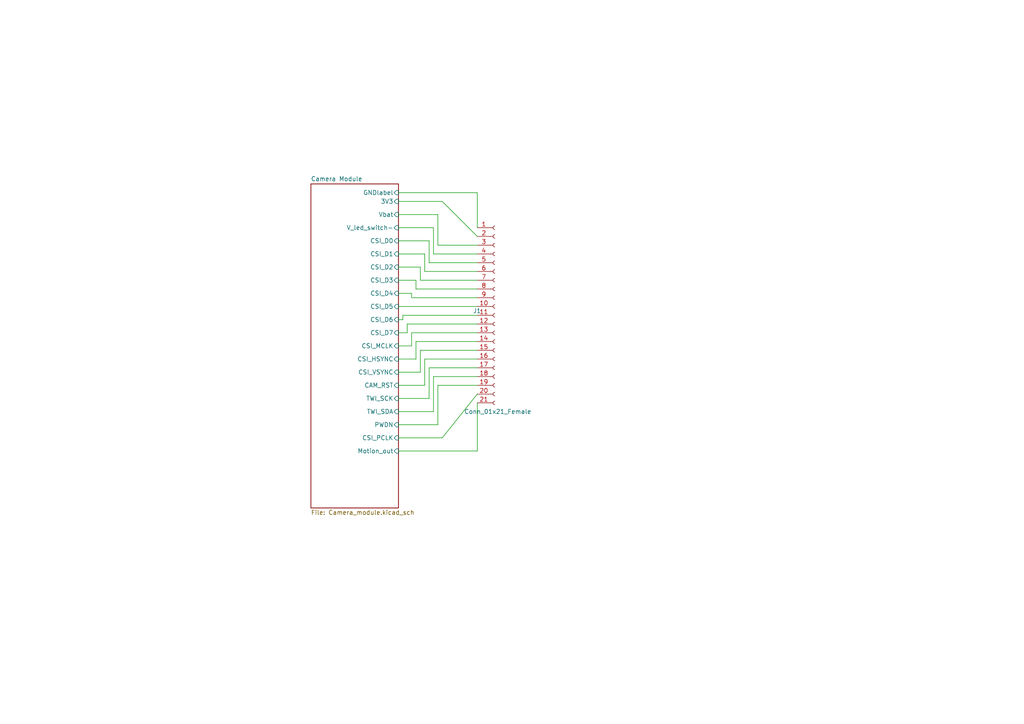
<source format=kicad_sch>
(kicad_sch (version 20211123) (generator eeschema)
  (paper "A4")
  (lib_symbols
    (symbol "Connector:Conn_01x21_Female" (pin_names (offset 1.016) hide)
      (property "Reference" "J" (at 0 27.94 0))
      (property "Value" "Conn_01x21_Female" (at 0 -27.94 0))
      (symbol "Conn_01x21_Female_1_1"
        (arc (start 0 -24.892) (mid -0.508 -25.4) (end 0 -25.908) (stroke (width 0.1524)))
        (arc (start 0 -22.352) (mid -0.508 -22.86) (end 0 -23.368) (stroke (width 0.1524)))
        (arc (start 0 -19.812) (mid -0.508 -20.32) (end 0 -20.828) (stroke (width 0.1524)))
        (arc (start 0 -17.272) (mid -0.508 -17.78) (end 0 -18.288) (stroke (width 0.1524)))
        (arc (start 0 -14.732) (mid -0.508 -15.24) (end 0 -15.748) (stroke (width 0.1524)))
        (arc (start 0 -12.192) (mid -0.508 -12.7) (end 0 -13.208) (stroke (width 0.1524)))
        (arc (start 0 -9.652) (mid -0.508 -10.16) (end 0 -10.668) (stroke (width 0.1524)))
        (arc (start 0 -7.112) (mid -0.508 -7.62) (end 0 -8.128) (stroke (width 0.1524)))
        (arc (start 0 -4.572) (mid -0.508 -5.08) (end 0 -5.588) (stroke (width 0.1524)))
        (arc (start 0 -2.032) (mid -0.508 -2.54) (end 0 -3.048) (stroke (width 0.1524)))
        (polyline (pts (xy -1.27 -25.4) (xy -0.508 -25.4)) (stroke (width 0.1524)))
        (polyline (pts (xy -1.27 -22.86) (xy -0.508 -22.86)) (stroke (width 0.1524)))
        (polyline (pts (xy -1.27 -20.32) (xy -0.508 -20.32)) (stroke (width 0.1524)))
        (polyline (pts (xy -1.27 -17.78) (xy -0.508 -17.78)) (stroke (width 0.1524)))
        (polyline (pts (xy -1.27 -15.24) (xy -0.508 -15.24)) (stroke (width 0.1524)))
        (polyline (pts (xy -1.27 -12.7) (xy -0.508 -12.7)) (stroke (width 0.1524)))
        (polyline (pts (xy -1.27 -10.16) (xy -0.508 -10.16)) (stroke (width 0.1524)))
        (polyline (pts (xy -1.27 -7.62) (xy -0.508 -7.62)) (stroke (width 0.1524)))
        (polyline (pts (xy -1.27 -5.08) (xy -0.508 -5.08)) (stroke (width 0.1524)))
        (polyline (pts (xy -1.27 -2.54) (xy -0.508 -2.54)) (stroke (width 0.1524)))
        (polyline (pts (xy -1.27 0) (xy -0.508 0)) (stroke (width 0.1524)))
        (polyline (pts (xy -1.27 2.54) (xy -0.508 2.54)) (stroke (width 0.1524)))
        (polyline (pts (xy -1.27 5.08) (xy -0.508 5.08)) (stroke (width 0.1524)))
        (polyline (pts (xy -1.27 7.62) (xy -0.508 7.62)) (stroke (width 0.1524)))
        (polyline (pts (xy -1.27 10.16) (xy -0.508 10.16)) (stroke (width 0.1524)))
        (polyline (pts (xy -1.27 12.7) (xy -0.508 12.7)) (stroke (width 0.1524)))
        (polyline (pts (xy -1.27 15.24) (xy -0.508 15.24)) (stroke (width 0.1524)))
        (polyline (pts (xy -1.27 17.78) (xy -0.508 17.78)) (stroke (width 0.1524)))
        (polyline (pts (xy -1.27 20.32) (xy -0.508 20.32)) (stroke (width 0.1524)))
        (polyline (pts (xy -1.27 22.86) (xy -0.508 22.86)) (stroke (width 0.1524)))
        (polyline (pts (xy -1.27 25.4) (xy -0.508 25.4)) (stroke (width 0.1524)))
        (arc (start 0 0.508) (mid -0.508 0) (end 0 -0.508) (stroke (width 0.1524)))
        (arc (start 0 3.048) (mid -0.508 2.54) (end 0 2.032) (stroke (width 0.1524)))
        (arc (start 0 5.588) (mid -0.508 5.08) (end 0 4.572) (stroke (width 0.1524)))
        (arc (start 0 8.128) (mid -0.508 7.62) (end 0 7.112) (stroke (width 0.1524)))
        (arc (start 0 10.668) (mid -0.508 10.16) (end 0 9.652) (stroke (width 0.1524)))
        (arc (start 0 13.208) (mid -0.508 12.7) (end 0 12.192) (stroke (width 0.1524)))
        (arc (start 0 15.748) (mid -0.508 15.24) (end 0 14.732) (stroke (width 0.1524)))
        (arc (start 0 18.288) (mid -0.508 17.78) (end 0 17.272) (stroke (width 0.1524)))
        (arc (start 0 20.828) (mid -0.508 20.32) (end 0 19.812) (stroke (width 0.1524)))
        (arc (start 0 23.368) (mid -0.508 22.86) (end 0 22.352) (stroke (width 0.1524)))
        (arc (start 0 25.908) (mid -0.508 25.4) (end 0 24.892) (stroke (width 0.1524)))
        (pin passive line (at -5.08 25.4 0) (length 3.81) (name "Pin_1") (number "1"))
        (pin passive line (at -5.08 2.54 0) (length 3.81) (name "Pin_10") (number "10"))
        (pin passive line (at -5.08 0 0) (length 3.81) (name "Pin_11") (number "11"))
        (pin passive line (at -5.08 -2.54 0) (length 3.81) (name "Pin_12") (number "12"))
        (pin passive line (at -5.08 -5.08 0) (length 3.81) (name "Pin_13") (number "13"))
        (pin passive line (at -5.08 -7.62 0) (length 3.81) (name "Pin_14") (number "14"))
        (pin passive line (at -5.08 -10.16 0) (length 3.81) (name "Pin_15") (number "15"))
        (pin passive line (at -5.08 -12.7 0) (length 3.81) (name "Pin_16") (number "16"))
        (pin passive line (at -5.08 -15.24 0) (length 3.81) (name "Pin_17") (number "17"))
        (pin passive line (at -5.08 -17.78 0) (length 3.81) (name "Pin_18") (number "18"))
        (pin passive line (at -5.08 -20.32 0) (length 3.81) (name "Pin_19") (number "19"))
        (pin passive line (at -5.08 22.86 0) (length 3.81) (name "Pin_2") (number "2"))
        (pin passive line (at -5.08 -22.86 0) (length 3.81) (name "Pin_20") (number "20"))
        (pin passive line (at -5.08 -25.4 0) (length 3.81) (name "Pin_21") (number "21"))
        (pin passive line (at -5.08 20.32 0) (length 3.81) (name "Pin_3") (number "3"))
        (pin passive line (at -5.08 17.78 0) (length 3.81) (name "Pin_4") (number "4"))
        (pin passive line (at -5.08 15.24 0) (length 3.81) (name "Pin_5") (number "5"))
        (pin passive line (at -5.08 12.7 0) (length 3.81) (name "Pin_6") (number "6"))
        (pin passive line (at -5.08 10.16 0) (length 3.81) (name "Pin_7") (number "7"))
        (pin passive line (at -5.08 7.62 0) (length 3.81) (name "Pin_8") (number "8"))
        (pin passive line (at -5.08 5.08 0) (length 3.81) (name "Pin_9") (number "9"))
      )
    )
  )
  (wire (pts (xy 115.57 62.23) (xy 127 62.23)))
  (wire (pts (xy 138.43 130.81) (xy 115.57 130.81)))
  (wire (pts (xy 127 62.23) (xy 127 71.12)))
  (wire (pts (xy 116.84 91.44) (xy 138.43 91.44)))
  (wire (pts (xy 124.46 115.57) (xy 124.46 106.68)))
  (wire (pts (xy 115.57 127) (xy 128.27 127)))
  (wire (pts (xy 115.57 119.38) (xy 125.73 119.38)))
  (wire (pts (xy 123.19 78.74) (xy 138.43 78.74)))
  (wire (pts (xy 124.46 106.68) (xy 138.43 106.68)))
  (wire (pts (xy 123.19 73.66) (xy 123.19 78.74)))
  (wire (pts (xy 115.57 107.95) (xy 121.92 107.95)))
  (wire (pts (xy 115.57 58.42) (xy 128.27 58.42)))
  (wire (pts (xy 124.46 76.2) (xy 138.43 76.2)))
  (wire (pts (xy 121.92 81.28) (xy 138.43 81.28)))
  (wire (pts (xy 138.43 83.82) (xy 120.65 83.82)))
  (wire (pts (xy 138.43 114.3) (xy 128.27 127)))
  (wire (pts (xy 115.57 104.14) (xy 120.65 104.14)))
  (wire (pts (xy 115.57 123.19) (xy 127 123.19)))
  (wire (pts (xy 127 111.76) (xy 127 123.19)))
  (wire (pts (xy 115.57 92.71) (xy 116.84 92.71)))
  (wire (pts (xy 138.43 68.58) (xy 128.27 58.42)))
  (wire (pts (xy 138.43 111.76) (xy 127 111.76)))
  (wire (pts (xy 118.11 93.98) (xy 118.11 96.52)))
  (wire (pts (xy 124.46 69.85) (xy 124.46 76.2)))
  (wire (pts (xy 119.38 85.09) (xy 119.38 86.36)))
  (wire (pts (xy 115.57 73.66) (xy 123.19 73.66)))
  (wire (pts (xy 120.65 83.82) (xy 120.65 81.28)))
  (wire (pts (xy 115.57 55.88) (xy 138.43 55.88)))
  (wire (pts (xy 118.11 96.52) (xy 115.57 96.52)))
  (wire (pts (xy 116.84 92.71) (xy 116.84 91.44)))
  (wire (pts (xy 125.73 73.66) (xy 125.73 66.04)))
  (wire (pts (xy 138.43 116.84) (xy 138.43 130.81)))
  (wire (pts (xy 121.92 77.47) (xy 121.92 81.28)))
  (wire (pts (xy 119.38 86.36) (xy 138.43 86.36)))
  (wire (pts (xy 138.43 93.98) (xy 118.11 93.98)))
  (wire (pts (xy 138.43 73.66) (xy 125.73 73.66)))
  (wire (pts (xy 115.57 88.9) (xy 138.43 88.9)))
  (wire (pts (xy 115.57 66.04) (xy 125.73 66.04)))
  (wire (pts (xy 138.43 104.14) (xy 123.19 104.14)))
  (wire (pts (xy 119.38 100.33) (xy 119.38 96.52)))
  (wire (pts (xy 138.43 55.88) (xy 138.43 66.04)))
  (wire (pts (xy 119.38 96.52) (xy 138.43 96.52)))
  (wire (pts (xy 125.73 109.22) (xy 125.73 119.38)))
  (wire (pts (xy 115.57 100.33) (xy 119.38 100.33)))
  (wire (pts (xy 115.57 85.09) (xy 119.38 85.09)))
  (wire (pts (xy 121.92 107.95) (xy 121.92 101.6)))
  (wire (pts (xy 138.43 109.22) (xy 125.73 109.22)))
  (wire (pts (xy 123.19 104.14) (xy 123.19 111.76)))
  (wire (pts (xy 115.57 81.28) (xy 120.65 81.28)))
  (wire (pts (xy 115.57 69.85) (xy 124.46 69.85)))
  (wire (pts (xy 127 71.12) (xy 138.43 71.12)))
  (wire (pts (xy 115.57 115.57) (xy 124.46 115.57)))
  (wire (pts (xy 120.65 99.06) (xy 120.65 104.14)))
  (wire (pts (xy 115.57 111.76) (xy 123.19 111.76)))
  (wire (pts (xy 115.57 77.47) (xy 121.92 77.47)))
  (wire (pts (xy 138.43 99.06) (xy 120.65 99.06)))
  (wire (pts (xy 121.92 101.6) (xy 138.43 101.6)))
  (symbol (lib_id "Connector:Conn_01x21_Female") (at 143.51 91.44 0) (unit 1)
    (property "Reference" "J1" (at 137.16 90.17 0) (effects (justify left)))
    (property "Value" "Conn_01x21_Female" (at 134.62 119.38 0) (effects (justify left)))
    (property "Footprint" "Connector_PinHeader_2.54mm:PinHeader_1x21_P2.54mm_Vertical" (effects hide))
  )
  (sheet (at 90.17 53.34) (size 25.4 93.98)
    (property "Sheet name" "Camera Module" (at 90.17 52.6284 0) (effects (justify left bottom)))
    (property "Sheet file" "Camera_module.kicad_sch" (at 90.17 147.9046 0) (effects (justify left top)))
    (pin "CSI_D0" input (at 115.57 69.85 0))
    (pin "CSI_D1" input (at 115.57 73.66 0))
    (pin "CSI_D2" input (at 115.57 77.47 0))
    (pin "CSI_D3" input (at 115.57 81.28 0))
    (pin "CSI_D4" input (at 115.57 85.09 0))
    (pin "CSI_D5" input (at 115.57 88.9 0))
    (pin "CSI_D6" input (at 115.57 92.71 0))
    (pin "CSI_D7" input (at 115.57 96.52 0))
    (pin "CSI_MCLK" input (at 115.57 100.33 0))
    (pin "CSI_HSYNC" input (at 115.57 104.14 0))
    (pin "CSI_VSYNC" input (at 115.57 107.95 0))
    (pin "CAM_RST" input (at 115.57 111.76 0))
    (pin "TWI_SCK" input (at 115.57 115.57 0))
    (pin "TWI_SDA" input (at 115.57 119.38 0))
    (pin "3V3" input (at 115.57 58.42 0))
    (pin "V_led_switch-" input (at 115.57 66.04 0))
    (pin "Vbat" input (at 115.57 62.23 0))
    (pin "PWDN" input (at 115.57 123.19 0))
    (pin "CSI_PCLK" input (at 115.57 127 0))
    (pin "Motion_out" input (at 115.57 130.81 0))
    (pin "GNDlabel" input (at 115.57 55.88 0))
  )
)
</source>
